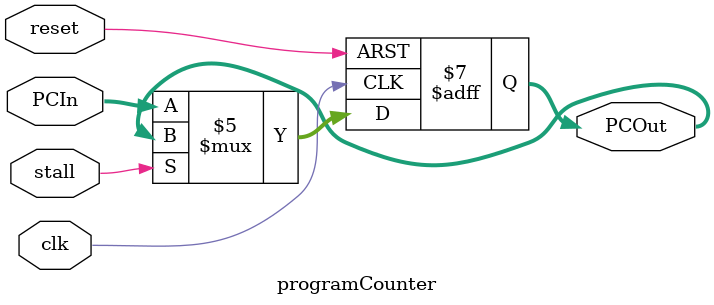
<source format=v>
`timescale 1ns / 1ps

module programCounter(
input clk,
input reset,
input [63:0] PCIn,
input stall,
output reg [63:0] PCOut);

initial PCOut = 64'd0;
always @ (posedge clk or posedge reset) begin
    if(reset) begin PCOut = 64'b0; end 
    else begin 
        if(!stall) begin PCOut = PCIn; end
    end
	end
endmodule
</source>
